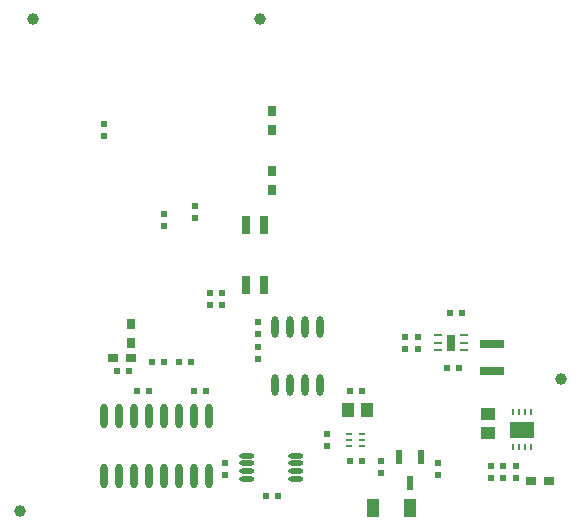
<source format=gbp>
%FSLAX25Y25*%
%MOIN*%
G70*
G01*
G75*
G04 Layer_Color=128*
%ADD10O,0.00984X0.02559*%
%ADD11O,0.02559X0.00984*%
%ADD12R,0.17716X0.17716*%
%ADD13R,0.02953X0.03543*%
%ADD14R,0.05315X0.03740*%
%ADD15R,0.01575X0.01575*%
%ADD16R,0.00039X0.11811*%
%ADD17R,0.02559X0.06102*%
%ADD18R,0.03543X0.03937*%
%ADD19R,0.03937X0.01378*%
%ADD20R,0.02953X0.09449*%
%ADD21R,0.01969X0.02362*%
%ADD22R,0.02362X0.01969*%
%ADD23C,0.03937*%
%ADD24C,0.00787*%
%ADD25C,0.02000*%
%ADD26C,0.01969*%
%ADD27C,0.01181*%
%ADD28C,0.01000*%
%ADD29C,0.03937*%
%ADD30R,0.02913X0.03937*%
%ADD31R,0.03150X0.04724*%
%ADD32R,0.05079X0.19193*%
%ADD33R,0.03937X0.36142*%
%ADD34R,0.04764X1.00709*%
%ADD35R,0.15590X0.08583*%
%ADD36R,0.04764X0.12598*%
%ADD37R,0.05079X0.12598*%
%ADD38R,0.07992X0.01811*%
G04:AMPARAMS|DCode=39|XSize=18.11mil|YSize=66.44mil|CornerRadius=0mil|HoleSize=0mil|Usage=FLASHONLY|Rotation=124.500|XOffset=0mil|YOffset=0mil|HoleType=Round|Shape=Rectangle|*
%AMROTATEDRECTD39*
4,1,4,0.03251,0.01135,-0.02225,-0.02628,-0.03251,-0.01135,0.02225,0.02628,0.03251,0.01135,0.0*
%
%ADD39ROTATEDRECTD39*%

%ADD40R,0.03500X0.06000*%
%ADD41R,0.04000X0.03870*%
%ADD42R,0.04000X0.03709*%
%ADD43C,0.05906*%
%ADD44R,0.05906X0.05906*%
%ADD45C,0.11811*%
%ADD46C,0.02598*%
%ADD47C,0.03150*%
%ADD48R,0.02559X0.00984*%
%ADD49R,0.03150X0.05512*%
%ADD50R,0.02362X0.04528*%
%ADD51O,0.02362X0.07284*%
%ADD52R,0.03937X0.06496*%
%ADD53R,0.08268X0.05512*%
%ADD54O,0.00984X0.02362*%
%ADD55O,0.05118X0.01772*%
%ADD56R,0.01969X0.00984*%
%ADD57R,0.05118X0.03937*%
%ADD58O,0.02362X0.08071*%
%ADD59R,0.08071X0.03150*%
%ADD60R,0.03543X0.03150*%
%ADD61R,0.03937X0.05118*%
%ADD62R,0.03150X0.03543*%
%ADD63C,0.03150*%
%ADD64C,0.01575*%
%ADD65C,0.00984*%
%ADD66C,0.11811*%
D17*
X393547Y341835D02*
D03*
X399256D02*
D03*
Y321559D02*
D03*
X393547D02*
D03*
D21*
X420500Y268032D02*
D03*
Y271969D02*
D03*
X366000Y341531D02*
D03*
Y345468D02*
D03*
X376500Y344032D02*
D03*
Y347969D02*
D03*
X483500Y257531D02*
D03*
Y261469D02*
D03*
X475000Y257531D02*
D03*
Y261469D02*
D03*
X450862Y300472D02*
D03*
Y304409D02*
D03*
X446362Y300472D02*
D03*
Y304409D02*
D03*
X386500Y262469D02*
D03*
Y258531D02*
D03*
X457500Y258531D02*
D03*
Y262469D02*
D03*
X438500Y259032D02*
D03*
Y262968D02*
D03*
X479000Y261469D02*
D03*
Y257531D02*
D03*
X397500Y305532D02*
D03*
Y309469D02*
D03*
X397500Y300969D02*
D03*
Y297031D02*
D03*
X346000Y371532D02*
D03*
Y375468D02*
D03*
D22*
X428031Y263000D02*
D03*
X431968D02*
D03*
X460394Y293941D02*
D03*
X464331D02*
D03*
X385469Y315000D02*
D03*
X381532D02*
D03*
X350532Y293000D02*
D03*
X354468D02*
D03*
X431968Y286500D02*
D03*
X428031D02*
D03*
X461394Y312441D02*
D03*
X465331D02*
D03*
X400032Y251500D02*
D03*
X403968D02*
D03*
X379969Y286500D02*
D03*
X376031D02*
D03*
X374969Y296000D02*
D03*
X371031D02*
D03*
X362032Y296000D02*
D03*
X365968D02*
D03*
X357031Y286500D02*
D03*
X360968D02*
D03*
X381532Y319000D02*
D03*
X385469D02*
D03*
D23*
X318000Y246500D02*
D03*
X398000Y410500D02*
D03*
X498500Y290500D02*
D03*
X322500Y410500D02*
D03*
D48*
X457500Y299882D02*
D03*
Y302441D02*
D03*
Y305000D02*
D03*
X466161D02*
D03*
Y302441D02*
D03*
Y299882D02*
D03*
D49*
X461831Y302441D02*
D03*
D50*
X444260Y264429D02*
D03*
X451740D02*
D03*
X448000Y255571D02*
D03*
D51*
X418000Y288354D02*
D03*
X413000D02*
D03*
X408000D02*
D03*
X403000D02*
D03*
X418000Y307646D02*
D03*
X413000D02*
D03*
X408000D02*
D03*
X403000D02*
D03*
D52*
X435898Y247500D02*
D03*
X448102D02*
D03*
D53*
X485500Y273500D02*
D03*
D54*
X482547Y267595D02*
D03*
X484516D02*
D03*
X486484D02*
D03*
X488453D02*
D03*
Y279405D02*
D03*
X486484D02*
D03*
X484516D02*
D03*
X482547D02*
D03*
D55*
X393831Y257161D02*
D03*
Y259720D02*
D03*
Y262280D02*
D03*
Y264839D02*
D03*
X410169Y257161D02*
D03*
Y259720D02*
D03*
Y262280D02*
D03*
Y264839D02*
D03*
D56*
X427776Y271969D02*
D03*
Y270000D02*
D03*
Y268032D02*
D03*
X432106D02*
D03*
Y270000D02*
D03*
Y271969D02*
D03*
D57*
X474000Y272350D02*
D03*
Y278650D02*
D03*
D58*
X381000Y258059D02*
D03*
X376000D02*
D03*
X371000D02*
D03*
X366000D02*
D03*
X361000D02*
D03*
X356000D02*
D03*
X351000D02*
D03*
X346000D02*
D03*
X381000Y277941D02*
D03*
X376000D02*
D03*
X371000D02*
D03*
X366000D02*
D03*
X361000D02*
D03*
X356000D02*
D03*
X351000D02*
D03*
X346000D02*
D03*
D59*
X475362Y292913D02*
D03*
Y301969D02*
D03*
D60*
X355051Y297500D02*
D03*
X348949D02*
D03*
X488449Y256500D02*
D03*
X494551D02*
D03*
D61*
X427350Y280000D02*
D03*
X433650D02*
D03*
D62*
X402000Y379551D02*
D03*
Y373449D02*
D03*
Y353449D02*
D03*
Y359551D02*
D03*
X355000Y302449D02*
D03*
Y308551D02*
D03*
M02*

</source>
